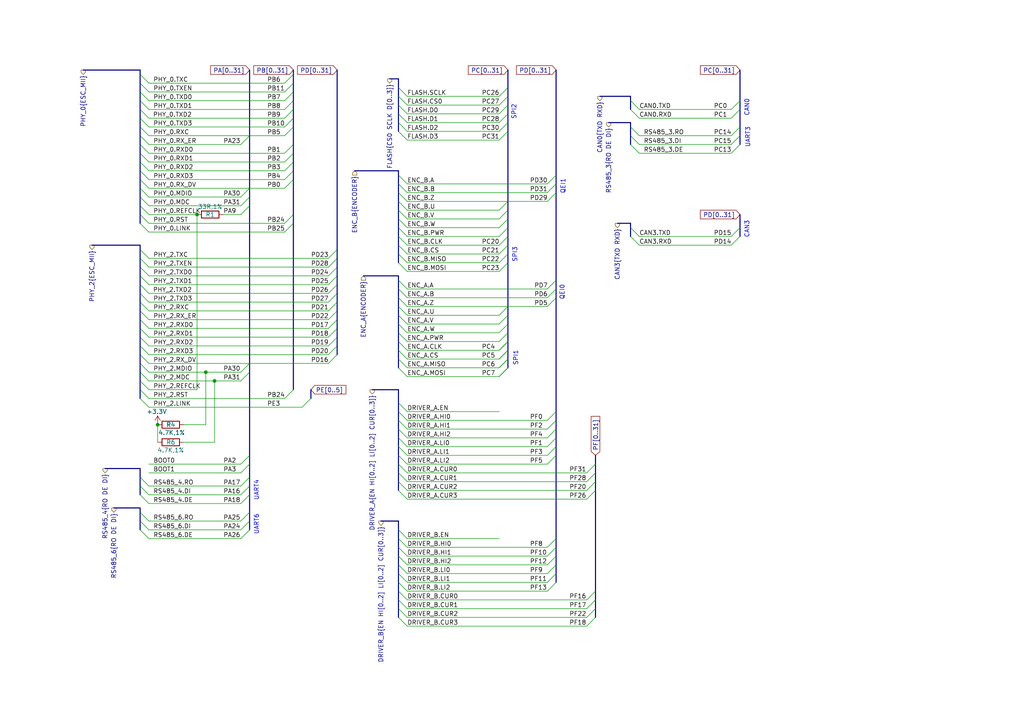
<source format=kicad_sch>
(kicad_sch (version 20250114) (generator "eeschema") (generator_version "9.0")
  (paper "A4")
  (lib_symbols
    (symbol "HPM6280Foc:0402WGF330JTCE" (pin_numbers (hide yes)) (pin_names (hide yes))
      (property "Reference" "R" (at 0 2.54 0))
      (property "Value" "33R,1%" (at 0 0 0))
      (symbol "0402WGF330JTCE_0_1"
        (rectangle (start 2.54 -1.016) (end -2.54 1.016) (stroke (width 0.254)))
      )
      (symbol "0402WGF330JTCE_1_1"
        (pin passive line (at -3.81 0 0) (length 1.27) (name "~") (number "1"))
        (pin passive line (at 3.81 0 180) (length 1.27) (name "~") (number "2"))
      )
    )
    (symbol "HPM6280Foc:0402WGF4701TCE" (pin_numbers (hide yes)) (pin_names (hide yes))
      (property "Reference" "R" (at -1.27 2.54 0))
      (property "Value" "4.7K,1%" (at 0 -2.54 0))
      (symbol "0402WGF4701TCE_0_1"
        (rectangle (start 2.54 -1.016) (end -2.54 1.016) (stroke (width 0.254)))
      )
      (symbol "0402WGF4701TCE_1_1"
        (pin passive line (at -3.81 0 0) (length 1.27) (name "~") (number "1"))
        (pin passive line (at 3.81 0 180) (length 1.27) (name "~") (number "2"))
      )
    )
    (symbol "power:+3.3V" (power) (pin_numbers (hide yes)) (pin_names (offset 0) (hide yes))
      (property "Value" "+3.3V" (at 0 3.556 0))
      (symbol "+3.3V_0_1"
        (polyline (pts (xy -0.762 1.27) (xy 0 2.54)))
        (polyline (pts (xy 0 2.54) (xy 0.762 1.27)))
        (polyline (pts (xy 0 0) (xy 0 2.54)))
      )
      (symbol "+3.3V_1_1"
        (pin power_in line (at 0 0 90) (length 0) (name "~") (number "1"))
      )
    )
  )
  (text "UART3" (at 216.916 39.878 90) (effects (font (size 1.27 1.27))))
  (text "SPI2" (at 149.098 32.512 90) (effects (font (size 1.27 1.27))))
  (text "CAN0" (at 216.662 31.242 90) (effects (font (size 1.27 1.27))))
  (text "UART6" (at 74.422 152.146 90) (effects (font (size 1.27 1.27))))
  (text "QEI1" (at 163.322 54.102 90) (effects (font (size 1.27 1.27))))
  (text "CAN3" (at 216.662 66.548 90) (effects (font (size 1.27 1.27))))
  (text "QEI0" (at 163.068 84.836 90) (effects (font (size 1.27 1.27))))
  (text "SPI3" (at 149.352 73.914 90) (effects (font (size 1.27 1.27))))
  (text "SPI1" (at 149.606 103.886 90) (effects (font (size 1.27 1.27))))
  (text "UART4" (at 74.422 142.24 90) (effects (font (size 1.27 1.27))))
  (junction (at 57.15 62.23))
  (junction (at 45.72 123.19))
  (junction (at 59.69 107.95))
  (junction (at 62.23 110.49))
  (bus_entry (at 170.18 139.7) (size 2.54 -2.54))
  (bus_entry (at 158.75 83.82) (size 2.54 -2.54))
  (bus_entry (at 115.57 99.06) (size 2.54 2.54))
  (bus_entry (at 40.64 64.77) (size 2.54 2.54))
  (bus_entry (at 115.57 93.98) (size 2.54 2.54))
  (bus_entry (at 158.75 58.42) (size 2.54 -2.54))
  (bus_entry (at 40.64 34.29) (size 2.54 2.54))
  (bus_entry (at 82.55 46.99) (size 2.54 -2.54))
  (bus_entry (at 95.25 102.87) (size 2.54 -2.54))
  (bus_entry (at 144.78 109.22) (size 2.54 -2.54))
  (bus_entry (at 95.25 100.33) (size 2.54 -2.54))
  (bus_entry (at 40.64 36.83) (size 2.54 2.54))
  (bus_entry (at 144.78 71.12) (size 2.54 -2.54))
  (bus_entry (at 115.57 137.16) (size 2.54 2.54))
  (bus_entry (at 115.57 176.53) (size 2.54 2.54))
  (bus_entry (at 40.64 57.15) (size 2.54 2.54))
  (bus_entry (at 182.88 68.58) (size 2.54 2.54))
  (bus_entry (at 82.55 67.31) (size 2.54 -2.54))
  (bus_entry (at 158.75 171.45) (size 2.54 -2.54))
  (bus_entry (at 115.57 166.37) (size 2.54 2.54))
  (bus_entry (at 40.64 85.09) (size 2.54 2.54))
  (bus_entry (at 115.57 35.56) (size 2.54 2.54))
  (bus_entry (at 69.85 59.69) (size 2.54 -2.54))
  (bus_entry (at 82.55 26.67) (size 2.54 -2.54))
  (bus_entry (at 144.78 68.58) (size 2.54 -2.54))
  (bus_entry (at 82.55 54.61) (size 2.54 -2.54))
  (bus_entry (at 82.55 31.75) (size 2.54 -2.54))
  (bus_entry (at 40.64 140.97) (size 2.54 2.54))
  (bus_entry (at 115.57 106.68) (size 2.54 2.54))
  (bus_entry (at 40.64 113.03) (size 2.54 2.54))
  (bus_entry (at 40.64 105.41) (size 2.54 2.54))
  (bus_entry (at 115.57 60.96) (size 2.54 2.54))
  (bus_entry (at 115.57 163.83) (size 2.54 2.54))
  (bus_entry (at 40.64 92.71) (size 2.54 2.54))
  (bus_entry (at 115.57 81.28) (size 2.54 2.54))
  (bus_entry (at 182.88 29.21) (size 2.54 2.54))
  (bus_entry (at 40.64 31.75) (size 2.54 2.54))
  (bus_entry (at 144.78 91.44) (size 2.54 -2.54))
  (bus_entry (at 82.55 44.45) (size 2.54 -2.54))
  (bus_entry (at 212.09 31.75) (size 2.54 -2.54))
  (bus_entry (at 144.78 35.56) (size 2.54 -2.54))
  (bus_entry (at 115.57 119.38) (size 2.54 2.54))
  (bus_entry (at 144.78 106.68) (size 2.54 -2.54))
  (bus_entry (at 115.57 158.75) (size 2.54 2.54))
  (bus_entry (at 115.57 156.21) (size 2.54 2.54))
  (bus_entry (at 158.75 121.92) (size 2.54 -2.54))
  (bus_entry (at 115.57 91.44) (size 2.54 2.54))
  (bus_entry (at 158.75 132.08) (size 2.54 -2.54))
  (bus_entry (at 115.57 73.66) (size 2.54 2.54))
  (bus_entry (at 40.64 138.43) (size 2.54 2.54))
  (bus_entry (at 40.64 77.47) (size 2.54 2.54))
  (bus_entry (at 40.64 59.69) (size 2.54 2.54))
  (bus_entry (at 95.25 74.93) (size 2.54 -2.54))
  (bus_entry (at 144.78 104.14) (size 2.54 -2.54))
  (bus_entry (at 144.78 106.68) (size 2.54 -2.54))
  (bus_entry (at 40.64 62.23) (size 2.54 2.54))
  (bus_entry (at 115.57 96.52) (size 2.54 2.54))
  (bus_entry (at 69.85 137.16) (size 2.54 -2.54))
  (bus_entry (at 115.57 173.99) (size 2.54 2.54))
  (bus_entry (at 170.18 176.53) (size 2.54 -2.54))
  (bus_entry (at 69.85 151.13) (size 2.54 -2.54))
  (bus_entry (at 69.85 110.49) (size 2.54 -2.54))
  (bus_entry (at 40.64 80.01) (size 2.54 2.54))
  (bus_entry (at 144.78 40.64) (size 2.54 -2.54))
  (bus_entry (at 170.18 179.07) (size 2.54 -2.54))
  (bus_entry (at 40.64 49.53) (size 2.54 2.54))
  (bus_entry (at 144.78 38.1) (size 2.54 -2.54))
  (bus_entry (at 115.57 38.1) (size 2.54 2.54))
  (bus_entry (at 40.64 72.39) (size 2.54 2.54))
  (bus_entry (at 95.25 82.55) (size 2.54 -2.54))
  (bus_entry (at 144.78 96.52) (size 2.54 -2.54))
  (bus_entry (at 182.88 36.83) (size 2.54 2.54))
  (bus_entry (at 40.64 148.59) (size 2.54 2.54))
  (bus_entry (at 69.85 156.21) (size 2.54 -2.54))
  (bus_entry (at 82.55 29.21) (size 2.54 -2.54))
  (bus_entry (at 40.64 74.93) (size 2.54 2.54))
  (bus_entry (at 115.57 58.42) (size 2.54 2.54))
  (bus_entry (at 158.75 166.37) (size 2.54 -2.54))
  (bus_entry (at 40.64 39.37) (size 2.54 2.54))
  (bus_entry (at 212.09 34.29) (size 2.54 -2.54))
  (bus_entry (at 115.57 153.67) (size 2.54 2.54))
  (bus_entry (at 115.57 76.2) (size 2.54 2.54))
  (bus_entry (at 40.64 26.67) (size 2.54 2.54))
  (bus_entry (at 115.57 161.29) (size 2.54 2.54))
  (bus_entry (at 115.57 50.8) (size 2.54 2.54))
  (bus_entry (at 115.57 55.88) (size 2.54 2.54))
  (bus_entry (at 40.64 153.67) (size 2.54 2.54))
  (bus_entry (at 69.85 153.67) (size 2.54 -2.54))
  (bus_entry (at 40.64 97.79) (size 2.54 2.54))
  (bus_entry (at 182.88 39.37) (size 2.54 2.54))
  (bus_entry (at 82.55 115.57) (size 2.54 -2.54))
  (bus_entry (at 115.57 139.7) (size 2.54 2.54))
  (bus_entry (at 144.78 76.2) (size 2.54 -2.54))
  (bus_entry (at 40.64 44.45) (size 2.54 2.54))
  (bus_entry (at 170.18 144.78) (size 2.54 -2.54))
  (bus_entry (at 115.57 25.4) (size 2.54 2.54))
  (bus_entry (at 95.25 97.79) (size 2.54 -2.54))
  (bus_entry (at 212.09 68.58) (size 2.54 -2.54))
  (bus_entry (at 158.75 124.46) (size 2.54 -2.54))
  (bus_entry (at 82.55 36.83) (size 2.54 -2.54))
  (bus_entry (at 40.64 29.21) (size 2.54 2.54))
  (bus_entry (at 144.78 27.94) (size 2.54 -2.54))
  (bus_entry (at 170.18 173.99) (size 2.54 -2.54))
  (bus_entry (at 40.64 102.87) (size 2.54 2.54))
  (bus_entry (at 144.78 73.66) (size 2.54 -2.54))
  (bus_entry (at 144.78 60.96) (size 2.54 -2.54))
  (bus_entry (at 212.09 41.91) (size 2.54 -2.54))
  (bus_entry (at 115.57 121.92) (size 2.54 2.54))
  (bus_entry (at 158.75 86.36) (size 2.54 -2.54))
  (bus_entry (at 115.57 53.34) (size 2.54 2.54))
  (bus_entry (at 40.64 82.55) (size 2.54 2.54))
  (bus_entry (at 40.64 143.51) (size 2.54 2.54))
  (bus_entry (at 212.09 44.45) (size 2.54 -2.54))
  (bus_entry (at 115.57 179.07) (size 2.54 2.54))
  (bus_entry (at 82.55 52.07) (size 2.54 -2.54))
  (bus_entry (at 40.64 54.61) (size 2.54 2.54))
  (bus_entry (at 158.75 163.83) (size 2.54 -2.54))
  (bus_entry (at 115.57 68.58) (size 2.54 2.54))
  (bus_entry (at 95.25 105.41) (size 2.54 -2.54))
  (bus_entry (at 95.25 87.63) (size 2.54 -2.54))
  (bus_entry (at 115.57 88.9) (size 2.54 2.54))
  (bus_entry (at 144.78 66.04) (size 2.54 -2.54))
  (bus_entry (at 115.57 33.02) (size 2.54 2.54))
  (bus_entry (at 158.75 168.91) (size 2.54 -2.54))
  (bus_entry (at 158.75 158.75) (size 2.54 -2.54))
  (bus_entry (at 115.57 132.08) (size 2.54 2.54))
  (bus_entry (at 40.64 21.59) (size 2.54 2.54))
  (bus_entry (at 69.85 134.62) (size 2.54 -2.54))
  (bus_entry (at 144.78 104.14) (size 2.54 -2.54))
  (bus_entry (at 144.78 99.06) (size 2.54 -2.54))
  (bus_entry (at 115.57 63.5) (size 2.54 2.54))
  (bus_entry (at 158.75 129.54) (size 2.54 -2.54))
  (bus_entry (at 115.57 27.94) (size 2.54 2.54))
  (bus_entry (at 40.64 151.13) (size 2.54 2.54))
  (bus_entry (at 69.85 146.05) (size 2.54 -2.54))
  (bus_entry (at 144.78 78.74) (size 2.54 -2.54))
  (bus_entry (at 144.78 101.6) (size 2.54 -2.54))
  (bus_entry (at 182.88 66.04) (size 2.54 2.54))
  (bus_entry (at 144.78 63.5) (size 2.54 -2.54))
  (bus_entry (at 115.57 30.48) (size 2.54 2.54))
  (bus_entry (at 82.55 49.53) (size 2.54 -2.54))
  (bus_entry (at 115.57 101.6) (size 2.54 2.54))
  (bus_entry (at 40.64 41.91) (size 2.54 2.54))
  (bus_entry (at 40.64 52.07) (size 2.54 2.54))
  (bus_entry (at 115.57 66.04) (size 2.54 2.54))
  (bus_entry (at 40.64 46.99) (size 2.54 2.54))
  (bus_entry (at 40.64 24.13) (size 2.54 2.54))
  (bus_entry (at 144.78 30.48) (size 2.54 -2.54))
  (bus_entry (at 40.64 107.95) (size 2.54 2.54))
  (bus_entry (at 40.64 115.57) (size 2.54 2.54))
  (bus_entry (at 115.57 134.62) (size 2.54 2.54))
  (bus_entry (at 95.25 90.17) (size 2.54 -2.54))
  (bus_entry (at 144.78 109.22) (size 2.54 -2.54))
  (bus_entry (at 69.85 107.95) (size 2.54 -2.54))
  (bus_entry (at 115.57 129.54) (size 2.54 2.54))
  (bus_entry (at 158.75 88.9) (size 2.54 -2.54))
  (bus_entry (at 212.09 39.37) (size 2.54 -2.54))
  (bus_entry (at 87.63 118.11) (size 2.54 -2.54))
  (bus_entry (at 69.85 41.91) (size 2.54 -2.54))
  (bus_entry (at 82.55 64.77) (size 2.54 -2.54))
  (bus_entry (at 69.85 57.15) (size 2.54 -2.54))
  (bus_entry (at 115.57 168.91) (size 2.54 2.54))
  (bus_entry (at 40.64 90.17) (size 2.54 2.54))
  (bus_entry (at 95.25 92.71) (size 2.54 -2.54))
  (bus_entry (at 170.18 142.24) (size 2.54 -2.54))
  (bus_entry (at 40.64 95.25) (size 2.54 2.54))
  (bus_entry (at 115.57 116.84) (size 2.54 2.54))
  (bus_entry (at 158.75 127) (size 2.54 -2.54))
  (bus_entry (at 144.78 101.6) (size 2.54 -2.54))
  (bus_entry (at 115.57 142.24) (size 2.54 2.54))
  (bus_entry (at 115.57 104.14) (size 2.54 2.54))
  (bus_entry (at 182.88 31.75) (size 2.54 2.54))
  (bus_entry (at 115.57 71.12) (size 2.54 2.54))
  (bus_entry (at 144.78 33.02) (size 2.54 -2.54))
  (bus_entry (at 115.57 127) (size 2.54 2.54))
  (bus_entry (at 40.64 110.49) (size 2.54 2.54))
  (bus_entry (at 170.18 137.16) (size 2.54 -2.54))
  (bus_entry (at 158.75 161.29) (size 2.54 -2.54))
  (bus_entry (at 212.09 71.12) (size 2.54 -2.54))
  (bus_entry (at 115.57 171.45) (size 2.54 2.54))
  (bus_entry (at 40.64 100.33) (size 2.54 2.54))
  (bus_entry (at 69.85 140.97) (size 2.54 -2.54))
  (bus_entry (at 115.57 83.82) (size 2.54 2.54))
  (bus_entry (at 82.55 34.29) (size 2.54 -2.54))
  (bus_entry (at 158.75 134.62) (size 2.54 -2.54))
  (bus_entry (at 82.55 24.13) (size 2.54 -2.54))
  (bus_entry (at 40.64 87.63) (size 2.54 2.54))
  (bus_entry (at 144.78 93.98) (size 2.54 -2.54))
  (bus_entry (at 158.75 55.88) (size 2.54 -2.54))
  (bus_entry (at 182.88 41.91) (size 2.54 2.54))
  (bus_entry (at 115.57 124.46) (size 2.54 2.54))
  (bus_entry (at 115.57 86.36) (size 2.54 2.54))
  (bus_entry (at 69.85 143.51) (size 2.54 -2.54))
  (bus_entry (at 158.75 53.34) (size 2.54 -2.54))
  (bus_entry (at 82.55 39.37) (size 2.54 -2.54))
  (bus_entry (at 170.18 181.61) (size 2.54 -2.54))
  (bus_entry (at 95.25 80.01) (size 2.54 -2.54))
  (bus_entry (at 95.25 95.25) (size 2.54 -2.54))
  (bus_entry (at 69.85 62.23) (size 2.54 -2.54))
  (bus_entry (at 95.25 77.47) (size 2.54 -2.54))
  (bus_entry (at 95.25 85.09) (size 2.54 -2.54))
  (bus (pts (xy 115.57 68.58) (xy 115.57 71.12)))
  (bus (pts (xy 85.09 44.45) (xy 85.09 46.99)))
  (bus (pts (xy 85.09 20.32) (xy 85.09 21.59)))
  (bus (pts (xy 147.32 25.4) (xy 147.32 27.94)))
  (bus (pts (xy 147.32 71.12) (xy 147.32 73.66)))
  (bus (pts (xy 182.88 29.21) (xy 182.88 31.75)))
  (bus (pts (xy 72.39 140.97) (xy 72.39 143.51)))
  (wire (pts (xy 43.18 77.47) (xy 95.25 77.47)))
  (wire (pts (xy 43.18 134.62) (xy 69.85 134.62)))
  (bus (pts (xy 147.32 60.96) (xy 147.32 63.5)))
  (bus (pts (xy 113.03 22.86) (xy 115.57 22.86)))
  (bus (pts (xy 40.64 102.87) (xy 40.64 105.41)))
  (bus (pts (xy 214.63 36.83) (xy 214.63 39.37)))
  (wire (pts (xy 45.72 123.19) (xy 45.72 128.27)))
  (bus (pts (xy 40.64 71.12) (xy 40.64 72.39)))
  (bus (pts (xy 115.57 161.29) (xy 115.57 163.83)))
  (bus (pts (xy 161.29 132.08) (xy 161.29 156.21)))
  (bus (pts (xy 85.09 46.99) (xy 85.09 49.53)))
  (bus (pts (xy 115.57 66.04) (xy 115.57 68.58)))
  (wire (pts (xy 43.18 151.13) (xy 69.85 151.13)))
  (bus (pts (xy 40.64 24.13) (xy 40.64 26.67)))
  (bus (pts (xy 40.64 95.25) (xy 40.64 97.79)))
  (wire (pts (xy 62.23 110.49) (xy 69.85 110.49)))
  (bus (pts (xy 72.39 132.08) (xy 72.39 134.62)))
  (wire (pts (xy 185.42 34.29) (xy 212.09 34.29)))
  (bus (pts (xy 107.95 113.03) (xy 115.57 113.03)))
  (bus (pts (xy 40.64 46.99) (xy 40.64 49.53)))
  (bus (pts (xy 72.39 57.15) (xy 72.39 59.69)))
  (wire (pts (xy 43.18 100.33) (xy 95.25 100.33)))
  (bus (pts (xy 115.57 171.45) (xy 115.57 173.99)))
  (wire (pts (xy 118.11 171.45) (xy 158.75 171.45)))
  (wire (pts (xy 43.18 62.23) (xy 57.15 62.23)))
  (bus (pts (xy 115.57 134.62) (xy 115.57 137.16)))
  (bus (pts (xy 147.32 63.5) (xy 147.32 66.04)))
  (wire (pts (xy 43.18 143.51) (xy 69.85 143.51)))
  (wire (pts (xy 43.18 64.77) (xy 82.55 64.77)))
  (bus (pts (xy 172.72 142.24) (xy 172.72 171.45)))
  (wire (pts (xy 118.11 161.29) (xy 158.75 161.29)))
  (bus (pts (xy 182.88 35.56) (xy 182.88 36.83)))
  (bus (pts (xy 85.09 26.67) (xy 85.09 29.21)))
  (bus (pts (xy 72.39 151.13) (xy 72.39 153.67)))
  (bus (pts (xy 40.64 49.53) (xy 40.64 52.07)))
  (wire (pts (xy 43.18 115.57) (xy 82.55 115.57)))
  (bus (pts (xy 115.57 151.13) (xy 115.57 153.67)))
  (bus (pts (xy 147.32 35.56) (xy 147.32 38.1)))
  (bus (pts (xy 161.29 81.28) (xy 161.29 83.82)))
  (wire (pts (xy 43.18 34.29) (xy 82.55 34.29)))
  (wire (pts (xy 118.11 119.38) (xy 144.78 119.38)))
  (bus (pts (xy 182.88 36.83) (xy 182.88 39.37)))
  (bus (pts (xy 147.32 68.58) (xy 147.32 71.12)))
  (bus (pts (xy 173.99 27.94) (xy 182.88 27.94)))
  (wire (pts (xy 118.11 176.53) (xy 170.18 176.53)))
  (wire (pts (xy 118.11 106.68) (xy 144.78 106.68)))
  (wire (pts (xy 118.11 104.14) (xy 144.78 104.14)))
  (wire (pts (xy 43.18 113.03) (xy 57.15 113.03)))
  (bus (pts (xy 115.57 129.54) (xy 115.57 132.08)))
  (bus (pts (xy 147.32 101.6) (xy 147.32 104.14)))
  (bus (pts (xy 26.67 71.12) (xy 40.64 71.12)))
  (bus (pts (xy 161.29 127) (xy 161.29 129.54)))
  (wire (pts (xy 185.42 44.45) (xy 212.09 44.45)))
  (bus (pts (xy 115.57 88.9) (xy 115.57 91.44)))
  (bus (pts (xy 115.57 119.38) (xy 115.57 121.92)))
  (bus (pts (xy 72.39 143.51) (xy 72.39 148.59)))
  (bus (pts (xy 40.64 54.61) (xy 40.64 57.15)))
  (bus (pts (xy 40.64 85.09) (xy 40.64 87.63)))
  (bus (pts (xy 40.64 80.01) (xy 40.64 82.55)))
  (bus (pts (xy 40.64 100.33) (xy 40.64 102.87)))
  (bus (pts (xy 147.32 38.1) (xy 147.32 58.42)))
  (bus (pts (xy 40.64 140.97) (xy 40.64 143.51)))
  (wire (pts (xy 118.11 158.75) (xy 158.75 158.75)))
  (bus (pts (xy 115.57 30.48) (xy 115.57 33.02)))
  (wire (pts (xy 118.11 142.24) (xy 170.18 142.24)))
  (bus (pts (xy 147.32 66.04) (xy 147.32 68.58)))
  (wire (pts (xy 118.11 134.62) (xy 158.75 134.62)))
  (bus (pts (xy 40.64 107.95) (xy 40.64 110.49)))
  (bus (pts (xy 40.64 148.59) (xy 40.64 151.13)))
  (wire (pts (xy 57.15 62.23) (xy 57.15 113.03)))
  (bus (pts (xy 115.57 173.99) (xy 115.57 176.53)))
  (bus (pts (xy 85.09 24.13) (xy 85.09 26.67)))
  (wire (pts (xy 118.11 35.56) (xy 144.78 35.56)))
  (wire (pts (xy 118.11 91.44) (xy 144.78 91.44)))
  (bus (pts (xy 85.09 52.07) (xy 85.09 62.23)))
  (wire (pts (xy 43.18 87.63) (xy 95.25 87.63)))
  (wire (pts (xy 43.18 97.79) (xy 95.25 97.79)))
  (wire (pts (xy 147.32 88.9) (xy 158.75 88.9)))
  (bus (pts (xy 115.57 33.02) (xy 115.57 35.56)))
  (wire (pts (xy 118.11 58.42) (xy 147.32 58.42)))
  (bus (pts (xy 97.79 77.47) (xy 97.79 80.01)))
  (bus (pts (xy 147.32 96.52) (xy 147.32 99.06)))
  (wire (pts (xy 118.11 38.1) (xy 144.78 38.1)))
  (wire (pts (xy 118.11 73.66) (xy 144.78 73.66)))
  (bus (pts (xy 147.32 30.48) (xy 147.32 33.02)))
  (wire (pts (xy 118.11 86.36) (xy 158.75 86.36)))
  (wire (pts (xy 118.11 27.94) (xy 144.78 27.94)))
  (bus (pts (xy 72.39 107.95) (xy 72.39 132.08)))
  (bus (pts (xy 147.32 99.06) (xy 147.32 101.6)))
  (bus (pts (xy 115.57 71.12) (xy 115.57 73.66)))
  (bus (pts (xy 214.63 29.21) (xy 214.63 31.75)))
  (bus (pts (xy 40.64 44.45) (xy 40.64 46.99)))
  (bus (pts (xy 161.29 53.34) (xy 161.29 55.88)))
  (bus (pts (xy 161.29 50.8) (xy 161.29 53.34)))
  (bus (pts (xy 179.07 64.77) (xy 182.88 64.77)))
  (wire (pts (xy 43.18 110.49) (xy 62.23 110.49)))
  (bus (pts (xy 115.57 163.83) (xy 115.57 166.37)))
  (bus (pts (xy 40.64 29.21) (xy 40.64 31.75)))
  (bus (pts (xy 102.87 49.53) (xy 115.57 49.53)))
  (wire (pts (xy 43.18 153.67) (xy 69.85 153.67)))
  (bus (pts (xy 182.88 27.94) (xy 182.88 29.21)))
  (bus (pts (xy 40.64 72.39) (xy 40.64 74.93)))
  (bus (pts (xy 161.29 124.46) (xy 161.29 127)))
  (bus (pts (xy 40.64 31.75) (xy 40.64 34.29)))
  (bus (pts (xy 40.64 105.41) (xy 40.64 107.95)))
  (bus (pts (xy 40.64 59.69) (xy 40.64 62.23)))
  (bus (pts (xy 115.57 60.96) (xy 115.57 63.5)))
  (bus (pts (xy 72.39 39.37) (xy 72.39 54.61)))
  (bus (pts (xy 40.64 151.13) (xy 40.64 153.67)))
  (bus (pts (xy 40.64 110.49) (xy 40.64 113.03)))
  (bus (pts (xy 33.02 147.32) (xy 40.64 147.32)))
  (bus (pts (xy 40.64 113.03) (xy 40.64 115.57)))
  (bus (pts (xy 115.57 83.82) (xy 115.57 86.36)))
  (bus (pts (xy 97.79 80.01) (xy 97.79 82.55)))
  (bus (pts (xy 115.57 86.36) (xy 115.57 88.9)))
  (bus (pts (xy 72.39 59.69) (xy 72.39 105.41)))
  (wire (pts (xy 43.18 54.61) (xy 72.39 54.61)))
  (bus (pts (xy 85.09 34.29) (xy 85.09 36.83)))
  (wire (pts (xy 118.11 76.2) (xy 144.78 76.2)))
  (bus (pts (xy 115.57 168.91) (xy 115.57 171.45)))
  (bus (pts (xy 182.88 64.77) (xy 182.88 66.04)))
  (wire (pts (xy 118.11 124.46) (xy 158.75 124.46)))
  (bus (pts (xy 40.64 52.07) (xy 40.64 54.61)))
  (bus (pts (xy 40.64 97.79) (xy 40.64 100.33)))
  (bus (pts (xy 97.79 82.55) (xy 97.79 85.09)))
  (bus (pts (xy 115.57 81.28) (xy 115.57 83.82)))
  (wire (pts (xy 118.11 163.83) (xy 158.75 163.83)))
  (bus (pts (xy 161.29 55.88) (xy 161.29 81.28)))
  (wire (pts (xy 64.77 62.23) (xy 69.85 62.23)))
  (bus (pts (xy 172.72 139.7) (xy 172.72 142.24)))
  (bus (pts (xy 40.64 90.17) (xy 40.64 92.71)))
  (bus (pts (xy 97.79 92.71) (xy 97.79 95.25)))
  (bus (pts (xy 115.57 55.88) (xy 115.57 58.42)))
  (bus (pts (xy 161.29 121.92) (xy 161.29 124.46)))
  (bus (pts (xy 115.57 73.66) (xy 115.57 76.2)))
  (wire (pts (xy 118.11 173.99) (xy 170.18 173.99)))
  (wire (pts (xy 118.11 78.74) (xy 144.78 78.74)))
  (wire (pts (xy 59.69 107.95) (xy 69.85 107.95)))
  (bus (pts (xy 161.29 163.83) (xy 161.29 166.37)))
  (bus (pts (xy 40.64 57.15) (xy 40.64 59.69)))
  (wire (pts (xy 72.39 105.41) (xy 95.25 105.41)))
  (wire (pts (xy 43.18 105.41) (xy 72.39 105.41)))
  (bus (pts (xy 172.72 173.99) (xy 172.72 176.53)))
  (bus (pts (xy 172.72 137.16) (xy 172.72 139.7)))
  (wire (pts (xy 43.18 90.17) (xy 95.25 90.17)))
  (bus (pts (xy 115.57 53.34) (xy 115.57 55.88)))
  (wire (pts (xy 62.23 128.27) (xy 62.23 110.49)))
  (bus (pts (xy 115.57 116.84) (xy 115.57 119.38)))
  (wire (pts (xy 118.11 55.88) (xy 158.75 55.88)))
  (wire (pts (xy 43.18 146.05) (xy 69.85 146.05)))
  (bus (pts (xy 161.29 86.36) (xy 161.29 119.38)))
  (bus (pts (xy 85.09 64.77) (xy 85.09 113.03)))
  (bus (pts (xy 115.57 27.94) (xy 115.57 30.48)))
  (bus (pts (xy 147.32 91.44) (xy 147.32 93.98)))
  (bus (pts (xy 115.57 63.5) (xy 115.57 66.04)))
  (bus (pts (xy 147.32 104.14) (xy 147.32 106.68)))
  (bus (pts (xy 40.64 74.93) (xy 40.64 77.47)))
  (bus (pts (xy 115.57 139.7) (xy 115.57 142.24)))
  (wire (pts (xy 43.18 95.25) (xy 95.25 95.25)))
  (bus (pts (xy 214.63 62.23) (xy 214.63 66.04)))
  (bus (pts (xy 97.79 74.93) (xy 97.79 77.47)))
  (bus (pts (xy 115.57 96.52) (xy 115.57 99.06)))
  (wire (pts (xy 43.18 26.67) (xy 82.55 26.67)))
  (wire (pts (xy 43.18 46.99) (xy 82.55 46.99)))
  (bus (pts (xy 97.79 100.33) (xy 97.79 102.87)))
  (bus (pts (xy 115.57 22.86) (xy 115.57 25.4)))
  (bus (pts (xy 115.57 35.56) (xy 115.57 38.1)))
  (wire (pts (xy 118.11 40.64) (xy 144.78 40.64)))
  (bus (pts (xy 72.39 20.32) (xy 72.39 39.37)))
  (wire (pts (xy 43.18 29.21) (xy 82.55 29.21)))
  (wire (pts (xy 43.18 31.75) (xy 82.55 31.75)))
  (wire (pts (xy 43.18 41.91) (xy 69.85 41.91)))
  (bus (pts (xy 182.88 39.37) (xy 182.88 41.91)))
  (wire (pts (xy 185.42 39.37) (xy 212.09 39.37)))
  (bus (pts (xy 115.57 132.08) (xy 115.57 134.62)))
  (wire (pts (xy 43.18 36.83) (xy 82.55 36.83)))
  (bus (pts (xy 30.48 135.89) (xy 40.64 135.89)))
  (bus (pts (xy 40.64 147.32) (xy 40.64 148.59)))
  (bus (pts (xy 115.57 127) (xy 115.57 129.54)))
  (wire (pts (xy 43.18 52.07) (xy 82.55 52.07)))
  (bus (pts (xy 85.09 21.59) (xy 85.09 24.13)))
  (bus (pts (xy 97.79 87.63) (xy 97.79 90.17)))
  (bus (pts (xy 72.39 138.43) (xy 72.39 140.97)))
  (bus (pts (xy 115.57 104.14) (xy 115.57 106.68)))
  (wire (pts (xy 43.18 107.95) (xy 59.69 107.95)))
  (bus (pts (xy 72.39 105.41) (xy 72.39 107.95)))
  (bus (pts (xy 214.63 66.04) (xy 214.63 68.58)))
  (wire (pts (xy 118.11 139.7) (xy 170.18 139.7)))
  (bus (pts (xy 161.29 158.75) (xy 161.29 161.29)))
  (wire (pts (xy 72.39 54.61) (xy 82.55 54.61)))
  (bus (pts (xy 40.64 20.32) (xy 40.64 21.59)))
  (wire (pts (xy 118.11 99.06) (xy 144.78 99.06)))
  (bus (pts (xy 161.29 156.21) (xy 161.29 158.75)))
  (wire (pts (xy 147.32 58.42) (xy 158.75 58.42)))
  (wire (pts (xy 118.11 101.6) (xy 144.78 101.6)))
  (bus (pts (xy 214.63 39.37) (xy 214.63 41.91)))
  (bus (pts (xy 24.13 20.32) (xy 40.64 20.32)))
  (wire (pts (xy 118.11 30.48) (xy 144.78 30.48)))
  (bus (pts (xy 172.72 134.62) (xy 172.72 137.16)))
  (bus (pts (xy 115.57 166.37) (xy 115.57 168.91)))
  (wire (pts (xy 118.11 88.9) (xy 147.32 88.9)))
  (bus (pts (xy 97.79 72.39) (xy 97.79 74.93)))
  (wire (pts (xy 118.11 109.22) (xy 144.78 109.22)))
  (wire (pts (xy 43.18 156.21) (xy 69.85 156.21)))
  (wire (pts (xy 185.42 31.75) (xy 212.09 31.75)))
  (bus (pts (xy 147.32 58.42) (xy 147.32 60.96)))
  (bus (pts (xy 40.64 138.43) (xy 40.64 140.97)))
  (wire (pts (xy 43.18 74.93) (xy 95.25 74.93)))
  (wire (pts (xy 118.11 181.61) (xy 170.18 181.61)))
  (bus (pts (xy 115.57 49.53) (xy 115.57 50.8)))
  (wire (pts (xy 43.18 39.37) (xy 72.39 39.37)))
  (bus (pts (xy 115.57 124.46) (xy 115.57 127)))
  (wire (pts (xy 43.18 85.09) (xy 95.25 85.09)))
  (bus (pts (xy 172.72 132.08) (xy 172.72 134.62)))
  (bus (pts (xy 172.72 171.45) (xy 172.72 173.99)))
  (bus (pts (xy 40.64 87.63) (xy 40.64 90.17)))
  (bus (pts (xy 161.29 129.54) (xy 161.29 132.08)))
  (bus (pts (xy 147.32 27.94) (xy 147.32 30.48)))
  (bus (pts (xy 147.32 93.98) (xy 147.32 96.52)))
  (bus (pts (xy 147.32 76.2) (xy 147.32 88.9)))
  (wire (pts (xy 43.18 59.69) (xy 69.85 59.69)))
  (bus (pts (xy 161.29 83.82) (xy 161.29 86.36)))
  (wire (pts (xy 118.11 68.58) (xy 144.78 68.58)))
  (wire (pts (xy 118.11 53.34) (xy 158.75 53.34)))
  (bus (pts (xy 115.57 99.06) (xy 115.57 101.6)))
  (bus (pts (xy 40.64 92.71) (xy 40.64 95.25)))
  (wire (pts (xy 118.11 60.96) (xy 144.78 60.96)))
  (wire (pts (xy 118.11 156.21) (xy 144.78 156.21)))
  (wire (pts (xy 53.34 128.27) (xy 62.23 128.27)))
  (bus (pts (xy 161.29 20.32) (xy 161.29 50.8)))
  (bus (pts (xy 115.57 91.44) (xy 115.57 93.98)))
  (bus (pts (xy 161.29 119.38) (xy 161.29 121.92)))
  (bus (pts (xy 115.57 93.98) (xy 115.57 96.52)))
  (wire (pts (xy 43.18 82.55) (xy 95.25 82.55)))
  (wire (pts (xy 43.18 57.15) (xy 69.85 57.15)))
  (bus (pts (xy 40.64 135.89) (xy 40.64 138.43)))
  (wire (pts (xy 43.18 92.71) (xy 95.25 92.71)))
  (bus (pts (xy 214.63 31.75) (xy 214.63 36.83)))
  (bus (pts (xy 40.64 21.59) (xy 40.64 24.13)))
  (bus (pts (xy 40.64 62.23) (xy 40.64 64.77)))
  (bus (pts (xy 115.57 121.92) (xy 115.57 124.46)))
  (wire (pts (xy 118.11 127) (xy 158.75 127)))
  (bus (pts (xy 85.09 36.83) (xy 85.09 41.91)))
  (wire (pts (xy 118.11 83.82) (xy 158.75 83.82)))
  (bus (pts (xy 115.57 158.75) (xy 115.57 161.29)))
  (bus (pts (xy 72.39 148.59) (xy 72.39 151.13)))
  (wire (pts (xy 118.11 71.12) (xy 144.78 71.12)))
  (bus (pts (xy 40.64 41.91) (xy 40.64 44.45)))
  (wire (pts (xy 59.69 123.19) (xy 59.69 107.95)))
  (wire (pts (xy 43.18 137.16) (xy 69.85 137.16)))
  (wire (pts (xy 72.39 39.37) (xy 82.55 39.37)))
  (bus (pts (xy 85.09 49.53) (xy 85.09 52.07)))
  (bus (pts (xy 147.32 20.32) (xy 147.32 25.4)))
  (bus (pts (xy 85.09 29.21) (xy 85.09 31.75)))
  (bus (pts (xy 115.57 176.53) (xy 115.57 179.07)))
  (bus (pts (xy 176.53 35.56) (xy 182.88 35.56)))
  (wire (pts (xy 43.18 140.97) (xy 69.85 140.97)))
  (wire (pts (xy 43.18 24.13) (xy 82.55 24.13)))
  (wire (pts (xy 185.42 68.58) (xy 212.09 68.58)))
  (wire (pts (xy 118.11 93.98) (xy 144.78 93.98)))
  (wire (pts (xy 43.18 49.53) (xy 82.55 49.53)))
  (bus (pts (xy 161.29 166.37) (xy 161.29 168.91)))
  (wire (pts (xy 118.11 144.78) (xy 170.18 144.78)))
  (wire (pts (xy 43.18 118.11) (xy 87.63 118.11)))
  (bus (pts (xy 72.39 54.61) (xy 72.39 57.15)))
  (bus (pts (xy 161.29 161.29) (xy 161.29 163.83)))
  (wire (pts (xy 118.11 96.52) (xy 144.78 96.52)))
  (bus (pts (xy 85.09 62.23) (xy 85.09 64.77)))
  (bus (pts (xy 40.64 36.83) (xy 40.64 39.37)))
  (bus (pts (xy 115.57 58.42) (xy 115.57 60.96)))
  (bus (pts (xy 147.32 33.02) (xy 147.32 35.56)))
  (bus (pts (xy 115.57 80.01) (xy 115.57 81.28)))
  (wire (pts (xy 185.42 41.91) (xy 212.09 41.91)))
  (bus (pts (xy 182.88 66.04) (xy 182.88 68.58)))
  (wire (pts (xy 185.42 71.12) (xy 212.09 71.12)))
  (wire (pts (xy 118.11 63.5) (xy 144.78 63.5)))
  (bus (pts (xy 115.57 25.4) (xy 115.57 27.94)))
  (wire (pts (xy 118.11 168.91) (xy 158.75 168.91)))
  (bus (pts (xy 172.72 176.53) (xy 172.72 179.07)))
  (wire (pts (xy 118.11 132.08) (xy 158.75 132.08)))
  (wire (pts (xy 118.11 33.02) (xy 144.78 33.02)))
  (bus (pts (xy 90.17 113.03) (xy 90.17 115.57)))
  (bus (pts (xy 97.79 85.09) (xy 97.79 87.63)))
  (bus (pts (xy 97.79 20.32) (xy 97.79 72.39)))
  (bus (pts (xy 115.57 153.67) (xy 115.57 156.21)))
  (bus (pts (xy 40.64 26.67) (xy 40.64 29.21)))
  (bus (pts (xy 40.64 77.47) (xy 40.64 80.01)))
  (wire (pts (xy 43.18 44.45) (xy 82.55 44.45)))
  (bus (pts (xy 97.79 90.17) (xy 97.79 92.71)))
  (bus (pts (xy 214.63 20.32) (xy 214.63 29.21)))
  (bus (pts (xy 97.79 97.79) (xy 97.79 100.33)))
  (wire (pts (xy 118.11 137.16) (xy 170.18 137.16)))
  (wire (pts (xy 43.18 80.01) (xy 95.25 80.01)))
  (bus (pts (xy 147.32 88.9) (xy 147.32 91.44)))
  (wire (pts (xy 118.11 166.37) (xy 158.75 166.37)))
  (bus (pts (xy 40.64 82.55) (xy 40.64 85.09)))
  (wire (pts (xy 118.11 121.92) (xy 158.75 121.92)))
  (bus (pts (xy 85.09 41.91) (xy 85.09 44.45)))
  (bus (pts (xy 115.57 101.6) (xy 115.57 104.14)))
  (bus (pts (xy 115.57 113.03) (xy 115.57 116.84)))
  (bus (pts (xy 115.57 50.8) (xy 115.57 53.34)))
  (bus (pts (xy 85.09 31.75) (xy 85.09 34.29)))
  (bus (pts (xy 115.57 137.16) (xy 115.57 139.7)))
  (wire (pts (xy 118.11 179.07) (xy 170.18 179.07)))
  (bus (pts (xy 40.64 34.29) (xy 40.64 36.83)))
  (bus (pts (xy 105.41 80.01) (xy 115.57 80.01)))
  (wire (pts (xy 43.18 67.31) (xy 82.55 67.31)))
  (bus (pts (xy 72.39 134.62) (xy 72.39 138.43)))
  (bus (pts (xy 97.79 95.25) (xy 97.79 97.79)))
  (bus (pts (xy 115.57 156.21) (xy 115.57 158.75)))
  (wire (pts (xy 118.11 129.54) (xy 158.75 129.54)))
  (wire (pts (xy 53.34 123.19) (xy 59.69 123.19)))
  (wire (pts (xy 118.11 66.04) (xy 144.78 66.04)))
  (bus (pts (xy 147.32 73.66) (xy 147.32 76.2)))
  (bus (pts (xy 110.49 151.13) (xy 115.57 151.13)))
  (wire (pts (xy 43.18 102.87) (xy 95.25 102.87)))
  (bus (pts (xy 40.64 39.37) (xy 40.64 41.91)))
  (label "PB10" (at 77.47 36.83 0))
  (label "PF3" (at 153.67 132.08 0))
  (label "ENC_A.A" (at 118.11 83.82 0))
  (label "PF10" (at 153.67 161.29 0))
  (label "DRIVER_B.HI1" (at 118.11 161.29 0))
  (label "DRIVER_A.EN" (at 118.11 119.38 0))
  (label "PD16" (at 90.17 105.41 0))
  (label "PF2" (at 153.67 124.46 0))
  (label "ENC_A.MISO" (at 118.11 106.68 0))
  (label "PA30" (at 64.77 107.95 0))
  (label "DRIVER_A.HI2" (at 118.11 127 0))
  (label "PHY_2.RXD0" (at 44.45 95.25 0))
  (label "RS485_6.DE" (at 44.45 156.21 0))
  (label "ENC_A.U" (at 118.11 91.44 0))
  (label "PF20" (at 165.1 142.24 0))
  (label "ENC_B.CS" (at 118.11 73.66 0))
  (label "CAN3.TXD" (at 185.42 68.58 0))
  (label "PA30" (at 64.77 57.15 0))
  (label "PHY_0.MDIO" (at 44.45 57.15 0))
  (label "RS485_4.DI" (at 44.45 143.51 0))
  (label "PF5" (at 153.67 134.62 0))
  (label "PHY_0.RXC" (at 44.45 39.37 0))
  (label "PHY_0.TXEN" (at 44.45 26.67 0))
  (label "PHY_0.TXD2" (at 44.3425 34.29 0))
  (label "ENC_B.W" (at 118.11 66.04 0))
  (label "PHY_2.TXC" (at 44.45 74.93 0))
  (label "PHY_0.RST" (at 44.45 64.77 0))
  (label "PHY_2.TXEN" (at 44.45 77.47 0))
  (label "DRIVER_A.HI0" (at 118.11 121.92 0))
  (label "DRIVER_A.CUR2" (at 118.11 142.24 0))
  (label "PC23" (at 139.7 78.74 0))
  (label "PHY_2.TXD0" (at 44.45 80.01 0))
  (label "PA23" (at 64.77 41.91 0))
  (label "PD29" (at 153.67 58.42 0))
  (label "PA26" (at 64.77 156.21 0))
  (label "PB5" (at 77.47 39.37 0))
  (label "FLASH.D2" (at 118.11 38.1 0))
  (label "PD30" (at 153.67 53.34 0))
  (label "PB0" (at 77.47 54.61 0))
  (label "PD28" (at 90.17 77.47 0))
  (label "PHY_0.RXD1" (at 44.45 46.99 0))
  (label "PD19" (at 90.17 100.33 0))
  (label "PC0" (at 207.01 31.75 0))
  (label "ENC_B.MOSI" (at 118.11 78.74 0))
  (label "PB1" (at 77.47 44.45 0))
  (label "PF1" (at 153.67 129.54 0))
  (label "ENC_B.A" (at 118.11 53.34 0))
  (label "RS485_3.DE" (at 186.69 44.45 0))
  (label "ENC_B.V" (at 118.11 63.5 0))
  (label "PD15" (at 207.01 68.58 0))
  (label "PD17" (at 90.17 95.25 0))
  (label "PA31" (at 64.77 59.69 0))
  (label "PHY_0.RX_ER" (at 44.45 41.91 0))
  (label "DRIVER_B.CUR0" (at 118.11 173.99 0))
  (label "PA18" (at 64.77 146.05 0))
  (label "PHY_2.REFCLK" (at 44.45 113.03 0))
  (label "ENC_A.B" (at 118.11 86.36 0))
  (label "DRIVER_A.LI2" (at 118.11 134.62 0))
  (label "DRIVER_A.LI1" (at 118.11 132.08 0))
  (label "PF16" (at 165.1 173.99 0))
  (label "PF12" (at 153.67 163.83 0))
  (label "PF9" (at 153.67 166.37 0))
  (label "DRIVER_B.EN" (at 118.11 156.21 0))
  (label "PD21" (at 90.17 90.17 0))
  (label "ENC_A.CS" (at 118.11 104.14 0))
  (label "PHY_2.TXD3" (at 44.45 87.63 0))
  (label "ENC_A.Z" (at 118.11 88.9 0))
  (label "PC6" (at 139.7 106.68 0))
  (label "PF0" (at 153.67 121.92 0))
  (label "PHY_2.MDC" (at 44.45 110.49 0))
  (label "PF26" (at 165.1 144.78 0))
  (label "PF13" (at 153.67 171.45 0))
  (label "CAN0.RXD" (at 185.42 34.29 0))
  (label "PHY_2.RXC" (at 44.45 90.17 0))
  (label "PD7" (at 154.94 83.82 0))
  (label "FLASH.SCLK" (at 118.11 27.94 0))
  (label "PF31" (at 165.1 137.16 0))
  (label "PC1" (at 207.01 34.29 0))
  (label "PHY_0.TXD1" (at 44.45 31.75 0))
  (label "PHY_0.REFCLK" (at 44.45 62.23 0))
  (label "PC13" (at 207.01 44.45 0))
  (label "PHY_2.RXD2" (at 44.45 100.33 0))
  (label "ENC_A.W" (at 118.11 96.52 0))
  (label "PF4" (at 153.67 127 0))
  (label "BOOT0" (at 44.45 134.62 0))
  (label "PC31" (at 139.7 40.64 0))
  (label "PF28" (at 165.1 139.7 0))
  (label "PHY_0.TXD3" (at 44.45 36.83 0))
  (label "ENC_B.PWR" (at 118.11 68.58 0))
  (label "CAN3.RXD" (at 185.42 71.12 0))
  (label "PHY_2.RXD3" (at 44.45 102.87 0))
  (label "PB24" (at 77.47 115.57 0))
  (label "PA31" (at 64.77 110.49 0))
  (label "BOOT1" (at 44.45 137.16 0))
  (label "PHY_2.RX_ER" (at 44.45 92.71 0))
  (label "DRIVER_B.CUR2" (at 118.11 179.07 0))
  (label "PB3" (at 77.47 49.53 0))
  (label "PA16" (at 64.77 143.51 0))
  (label "PHY_2.TXD2" (at 44.3425 85.09 0))
  (label "PB24" (at 77.47 64.77 0))
  (label "DRIVER_A.LI0" (at 118.11 129.54 0))
  (label "PHY_0.TXD0" (at 44.45 29.21 0))
  (label "PF22" (at 165.1 179.07 0))
  (label "PD24" (at 90.17 80.01 0))
  (label "PHY_0.RXD0" (at 44.45 44.45 0))
  (label "RS485_3.RO" (at 186.69 39.37 0))
  (label "PF17" (at 165.1 176.53 0))
  (label "PD26" (at 90.17 85.09 0))
  (label "PD18" (at 90.17 97.79 0))
  (label "DRIVER_B.HI2" (at 118.11 163.83 0))
  (label "PHY_2.TXD1" (at 44.45 82.55 0))
  (label "DRIVER_B.LI2" (at 118.11 171.45 0))
  (label "DRIVER_B.LI1" (at 118.11 168.91 0))
  (label "DRIVER_B.CUR1" (at 118.11 176.53 0))
  (label "ENC_B.U" (at 118.11 60.96 0))
  (label "PB4" (at 77.47 52.07 0))
  (label "PHY_0.LINK" (at 44.45 67.31 0))
  (label "PA9" (at 64.77 62.23 0))
  (label "PHY_0.RXD3" (at 44.45 52.07 0))
  (label "RS485_4.RO" (at 44.45 140.97 0))
  (label "PHY_2.RST" (at 44.45 115.57 0))
  (label "PC29" (at 139.7 33.02 0))
  (label "PHY_2.RX_DV" (at 44.45 105.41 0))
  (label "PB2" (at 77.47 46.99 0))
  (label "PB25" (at 77.47 67.31 0))
  (label "PC28" (at 139.7 35.56 0))
  (label "PF11" (at 153.67 168.91 0))
  (label "PB7" (at 77.47 29.21 0))
  (label "DRIVER_A.HI1" (at 118.11 124.46 0))
  (label "ENC_A.V" (at 118.11 93.98 0))
  (label "PB9" (at 77.47 34.29 0))
  (label "PA2" (at 64.77 134.62 0))
  (label "DRIVER_A.CUR0" (at 118.11 137.16 0))
  (label "PD25" (at 90.17 82.55 0))
  (label "ENC_B.B" (at 118.11 55.88 0))
  (label "PHY_2.RXD1" (at 44.45 97.79 0))
  (label "PC22" (at 139.7 76.2 0))
  (label "PC4" (at 139.7 101.6 0))
  (label "PA17" (at 64.77 140.97 0))
  (label "PB6" (at 77.47 24.13 0))
  (label "CAN0.TXD" (at 185.42 31.75 0))
  (label "ENC_A.MOSI" (at 118.11 109.22 0))
  (label "PB11" (at 77.47 26.67 0))
  (label "PC5" (at 139.7 104.14 0))
  (label "ENC_A.CLK" (at 118.11 101.6 0))
  (label "PD20" (at 90.17 102.87 0))
  (label "PHY_0.RXD2" (at 44.45 49.53 0))
  (label "PA24" (at 64.77 153.67 0))
  (label "PD5" (at 154.94 88.9 0))
  (label "PD22" (at 90.17 92.71 0))
  (label "DRIVER_B.LI0" (at 118.11 166.37 0))
  (label "PHY_0.TXC" (at 44.45 24.13 0))
  (label "PHY_2.MDIO" (at 44.45 107.95 0))
  (label "DRIVER_A.CUR1" (at 118.11 139.7 0))
  (label "PE3" (at 77.47 118.11 0))
  (label "PC20" (at 139.7 71.12 0))
  (label "RS485_6.RO" (at 44.45 151.13 0))
  (label "ENC_A.PWR" (at 118.11 99.06 0))
  (label "PD6" (at 154.94 86.36 0))
  (label "RS485_3.DI" (at 186.69 41.91 0))
  (label "ENC_B.Z" (at 118.11 58.42 0))
  (label "PD23" (at 90.17 74.93 0))
  (label "FLASH.CS0" (at 118.11 30.48 0))
  (label "PF18" (at 165.1 181.61 0))
  (label "PB8" (at 77.47 31.75 0))
  (label "PF8" (at 153.67 158.75 0))
  (label "ENC_B.CLK" (at 118.11 71.12 0))
  (label "RS485_6.DI" (at 44.45 153.67 0))
  (label "PC27" (at 139.7 30.48 0))
  (label "FLASH.D0" (at 118.11 33.02 0))
  (label "PC14" (at 207.01 39.37 0))
  (label "RS485_4.DE" (at 44.45 146.05 0))
  (label "PD14" (at 207.01 71.12 0))
  (label "PHY_0.MDC" (at 44.45 59.69 0))
  (label "PC30" (at 139.7 38.1 0))
  (label "PC7" (at 139.7 109.22 0))
  (label "FLASH.D3" (at 118.11 40.64 0))
  (label "PA3" (at 64.77 137.16 0))
  (label "PD27" (at 90.17 87.63 0))
  (label "PC26" (at 139.7 27.94 0))
  (label "ENC_B.MISO" (at 118.11 76.2 0))
  (label "PHY_0.RX_DV" (at 44.45 54.61 0))
  (label "DRIVER_B.CUR3" (at 118.11 181.61 0))
  (label "PHY_2.LINK" (at 44.45 118.11 0))
  (label "FLASH.D1" (at 118.11 35.56 0))
  (label "DRIVER_A.CUR3" (at 118.11 144.78 0))
  (label "PC15" (at 207.01 41.91 0))
  (label "PA25" (at 64.77 151.13 0))
  (label "PD31" (at 153.67 55.88 0))
  (label "DRIVER_B.HI0" (at 118.11 158.75 0))
  (label "PC21" (at 139.7 73.66 0))
  (global_label "PE[0..5]" (shape input) (at 90.17 113.03 0) (property "Intersheetrefs" "${INTERSHEET_REFS}" (effects (hide yes))))
  (global_label "PC[0..31]" (shape input) (at 147.32 20.32 180) (property "Intersheetrefs" "${INTERSHEET_REFS}" (effects (hide yes))))
  (global_label "PD[0..31]" (shape input) (at 161.29 20.32 180) (property "Intersheetrefs" "${INTERSHEET_REFS}" (effects (hide yes))))
  (global_label "PB[0..31]" (shape input) (at 85.09 20.32 180) (property "Intersheetrefs" "${INTERSHEET_REFS}" (effects (hide yes))))
  (global_label "PD[0..31]" (shape input) (at 214.63 62.23 180) (property "Intersheetrefs" "${INTERSHEET_REFS}" (effects (hide yes))))
  (global_label "PD[0..31]" (shape input) (at 97.79 20.32 180) (property "Intersheetrefs" "${INTERSHEET_REFS}" (effects (hide yes))))
  (global_label "PA[0..31]" (shape input) (at 72.39 20.32 180) (property "Intersheetrefs" "${INTERSHEET_REFS}" (effects (hide yes))))
  (global_label "PC[0..31]" (shape input) (at 214.63 20.32 180) (property "Intersheetrefs" "${INTERSHEET_REFS}" (effects (hide yes))))
  (global_label "PF[0..31]" (shape input) (at 172.72 132.08 90) (property "Intersheetrefs" "${INTERSHEET_REFS}" (effects (hide yes))))
  (hierarchical_label "CAN3{TXD RXD}" (shape output) (at 179.07 64.77 270))
  (hierarchical_label "CAN0{TXD RXD}" (shape output) (at 173.99 27.94 270))
  (hierarchical_label "PHY_0{ESC_MII}" (shape output) (at 24.13 20.32 270))
  (hierarchical_label "DRIVER_A{EN HI[0..2] LI[0..2] CUR[0..3]}" (shape output) (at 107.95 113.03 270))
  (hierarchical_label "RS485_3{RO DE DI}" (shape output) (at 176.53 35.56 270))
  (hierarchical_label "PHY_2{ESC_MII}" (shape output) (at 26.67 71.12 270))
  (hierarchical_label "DRIVER_B{EN HI[0..2] LI[0..2] CUR[0..3]}" (shape output) (at 110.49 151.13 270))
  (hierarchical_label "RS485_6{RO DE DI}" (shape output) (at 33.02 147.32 270))
  (hierarchical_label "RS485_4{RO DE DI}" (shape output) (at 30.48 135.89 270))
  (hierarchical_label "FLASH{CS0 SCLK D[0..3]}" (shape output) (at 113.03 22.86 270))
  (hierarchical_label "ENC_B{ENCODER}" (shape input) (at 102.87 49.53 270))
  (hierarchical_label "ENC_A{ENCODER}" (shape input) (at 105.41 80.01 270))
  (symbol (lib_id "power:+3.3V") (at 45.72 123.19 0) (unit 1)
    (property "Reference" "#PWR06" (effects (hide yes)))
    (property "Value" "+3.3V" (at 45.466 119.38 0))
    (property "Description" "Power symbol creates a global label with name \"+3.3V\"" (effects (hide yes)))
  )
  (symbol (lib_id "HPM6280Foc:0402WGF4701TCE") (at 49.53 128.27 0) (unit 1)
    (property "Reference" "R6" (at 49.53 128.27 0))
    (property "Value" "4.7K,1%" (at 49.53 130.556 0))
    (property "Footprint" "Resistor_SMD:R_0402_1005Metric" (effects (hide yes)))
    (property "制造商" "UNI-ROYAL(厚声)" (effects (hide yes)))
    (property "华秋编号" "G0065579" (effects (hide yes)))
    (property "立创编号" "C25900" (effects (hide yes)))
  )
  (symbol (lib_id "HPM6280Foc:0402WGF4701TCE") (at 49.53 123.19 0) (unit 1)
    (property "Reference" "R4" (at 49.53 123.19 0))
    (property "Value" "4.7K,1%" (at 49.784 125.476 0))
    (property "Footprint" "Resistor_SMD:R_0402_1005Metric" (effects (hide yes)))
    (property "制造商" "UNI-ROYAL(厚声)" (effects (hide yes)))
    (property "华秋编号" "G0065579" (effects (hide yes)))
    (property "立创编号" "C25900" (effects (hide yes)))
  )
  (symbol (lib_id "HPM6280Foc:0402WGF330JTCE") (at 60.96 62.23 0) (unit 1)
    (property "Reference" "R1" (at 60.96 62.23 0))
    (property "Value" "33R,1%" (at 60.96 59.944 0))
    (property "Footprint" "Resistor_SMD:R_0402_1005Metric" (effects (hide yes)))
    (property "华秋编号" "G0064864" (effects (hide yes)))
    (property "立创编号" "C25105" (effects (hide yes)))
  )
)
</source>
